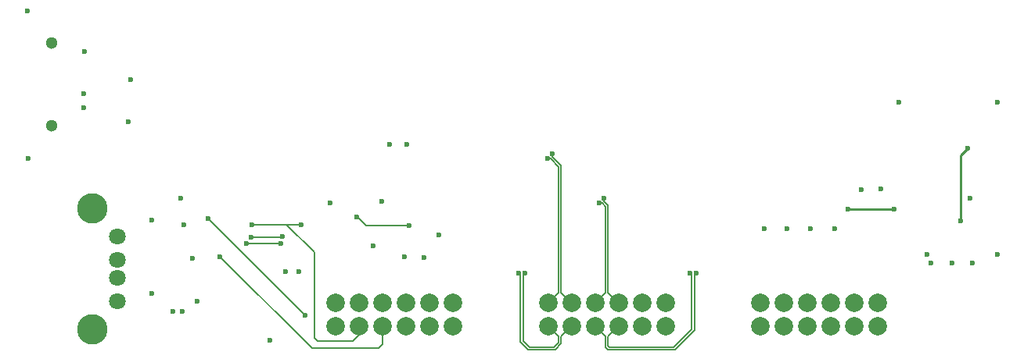
<source format=gbr>
G04 #@! TF.GenerationSoftware,KiCad,Pcbnew,5.0.2+dfsg1-1*
G04 #@! TF.CreationDate,2019-09-17T15:01:03+01:00*
G04 #@! TF.ProjectId,HDMI_SD_expansion,48444d49-5f53-4445-9f65-7870616e7369,rev?*
G04 #@! TF.SameCoordinates,Original*
G04 #@! TF.FileFunction,Copper,L4,Bot*
G04 #@! TF.FilePolarity,Positive*
%FSLAX46Y46*%
G04 Gerber Fmt 4.6, Leading zero omitted, Abs format (unit mm)*
G04 Created by KiCad (PCBNEW 5.0.2+dfsg1-1) date Tue 17 Sep 2019 15:01:03 BST*
%MOMM*%
%LPD*%
G01*
G04 APERTURE LIST*
G04 #@! TA.AperFunction,ComponentPad*
%ADD10C,2.000000*%
G04 #@! TD*
G04 #@! TA.AperFunction,ComponentPad*
%ADD11C,1.800000*%
G04 #@! TD*
G04 #@! TA.AperFunction,ComponentPad*
%ADD12C,3.300000*%
G04 #@! TD*
G04 #@! TA.AperFunction,ViaPad*
%ADD13C,1.300000*%
G04 #@! TD*
G04 #@! TA.AperFunction,ViaPad*
%ADD14C,0.600000*%
G04 #@! TD*
G04 #@! TA.AperFunction,Conductor*
%ADD15C,0.150000*%
G04 #@! TD*
G04 #@! TA.AperFunction,Conductor*
%ADD16C,0.254000*%
G04 #@! TD*
G04 #@! TA.AperFunction,Conductor*
%ADD17C,0.200000*%
G04 #@! TD*
G04 APERTURE END LIST*
D10*
G04 #@! TO.P,JC1,7*
G04 #@! TO.N,/TDMS_D2_P*
X150651241Y-120718709D03*
G04 #@! TO.P,JC1,8*
G04 #@! TO.N,/TDMS_D2_N*
X153191241Y-120718709D03*
G04 #@! TO.P,JC1,9*
G04 #@! TO.N,/TDMS_CLK_P*
X155731241Y-120718709D03*
G04 #@! TO.P,JC1,10*
G04 #@! TO.N,/TDMS_CLK_N*
X158271241Y-120718709D03*
G04 #@! TO.P,JC1,11*
G04 #@! TO.N,GND*
X160811241Y-120718709D03*
G04 #@! TO.P,JC1,12*
G04 #@! TO.N,+3V3*
X163351241Y-120718709D03*
G04 #@! TO.P,JC1,6*
X163351241Y-118178709D03*
G04 #@! TO.P,JC1,5*
G04 #@! TO.N,GND*
X160811241Y-118178709D03*
G04 #@! TO.P,JC1,4*
G04 #@! TO.N,/TDMS_D1_N*
X158271241Y-118178709D03*
G04 #@! TO.P,JC1,3*
G04 #@! TO.N,/TDMS_D1_P*
X155731241Y-118178709D03*
G04 #@! TO.P,JC1,2*
G04 #@! TO.N,/TDMS_D0_N*
X153191241Y-118178709D03*
G04 #@! TO.P,JC1,1*
G04 #@! TO.N,/TDMS_D0_P*
X150651241Y-118178709D03*
G04 #@! TD*
G04 #@! TO.P,JD1,7*
G04 #@! TO.N,/DAT1*
X173651241Y-120718709D03*
G04 #@! TO.P,JD1,8*
G04 #@! TO.N,/DAT2*
X176191241Y-120718709D03*
G04 #@! TO.P,JD1,9*
G04 #@! TO.N,/CD*
X178731241Y-120718709D03*
G04 #@! TO.P,JD1,10*
G04 #@! TO.N,/NC_EN*
X181271241Y-120718709D03*
G04 #@! TO.P,JD1,11*
G04 #@! TO.N,GND*
X183811241Y-120718709D03*
G04 #@! TO.P,JD1,12*
G04 #@! TO.N,+3V3*
X186351241Y-120718709D03*
G04 #@! TO.P,JD1,6*
X186351241Y-118178709D03*
G04 #@! TO.P,JD1,5*
G04 #@! TO.N,GND*
X183811241Y-118178709D03*
G04 #@! TO.P,JD1,4*
G04 #@! TO.N,/SCK*
X181271241Y-118178709D03*
G04 #@! TO.P,JD1,3*
G04 #@! TO.N,/MISO_DAT0*
X178731241Y-118178709D03*
G04 #@! TO.P,JD1,2*
G04 #@! TO.N,/MOSI_CMD*
X176191241Y-118178709D03*
G04 #@! TO.P,JD1,1*
G04 #@! TO.N,/CD_DAT3*
X173651241Y-118178709D03*
G04 #@! TD*
G04 #@! TO.P,JB1,7*
G04 #@! TO.N,/GPX_USB*
X127651241Y-120718709D03*
G04 #@! TO.P,JB1,8*
G04 #@! TO.N,/RST_USB*
X130191241Y-120718709D03*
G04 #@! TO.P,JB1,9*
G04 #@! TO.N,/INT_USB*
X132731241Y-120718709D03*
G04 #@! TO.P,JB1,10*
G04 #@! TO.N,Net-(JB1-Pad10)*
X135271241Y-120718709D03*
G04 #@! TO.P,JB1,11*
G04 #@! TO.N,GND*
X137811241Y-120718709D03*
G04 #@! TO.P,JB1,12*
G04 #@! TO.N,+3V3*
X140351241Y-120718709D03*
G04 #@! TO.P,JB1,6*
X140351241Y-118178709D03*
G04 #@! TO.P,JB1,5*
G04 #@! TO.N,GND*
X137811241Y-118178709D03*
G04 #@! TO.P,JB1,4*
G04 #@! TO.N,/SCK_USB*
X135271241Y-118178709D03*
G04 #@! TO.P,JB1,3*
G04 #@! TO.N,/MISO_USB*
X132731241Y-118178709D03*
G04 #@! TO.P,JB1,2*
G04 #@! TO.N,/MOSI_USB*
X130191241Y-118178709D03*
G04 #@! TO.P,JB1,1*
G04 #@! TO.N,/SS_USB*
X127651241Y-118178709D03*
G04 #@! TD*
D11*
G04 #@! TO.P,J5,4*
G04 #@! TO.N,GND*
X104011241Y-117978709D03*
G04 #@! TO.P,J5,3*
G04 #@! TO.N,/Data+*
X104011241Y-115478709D03*
G04 #@! TO.P,J5,2*
G04 #@! TO.N,/Data-*
X104011241Y-113478709D03*
G04 #@! TO.P,J5,1*
G04 #@! TO.N,+5V*
X104011241Y-110978709D03*
D12*
G04 #@! TO.P,J5,SH*
G04 #@! TO.N,Net-(J5-PadSH)*
X101301241Y-121048709D03*
X101301241Y-107908709D03*
G04 #@! TD*
D13*
G04 #@! TO.N,*
G04 #@! TO.C,J4*
X96901241Y-98978709D03*
X96901241Y-89978709D03*
G04 #@! TD*
D14*
G04 #@! TO.N,GND*
X199241741Y-112914709D03*
X199241741Y-96404709D03*
X188573741Y-96404709D03*
X184509741Y-105866209D03*
X191621741Y-112914709D03*
X120565241Y-122249209D03*
X135360741Y-100976709D03*
X133519241Y-100976709D03*
X110024241Y-119137709D03*
X107738241Y-117169209D03*
X107738241Y-109168209D03*
X112691241Y-117994709D03*
X132630241Y-107199709D03*
X131741241Y-112025709D03*
X137202241Y-113295709D03*
X135106741Y-113168729D03*
X123676741Y-114819709D03*
X111230741Y-109739709D03*
X110849741Y-106818709D03*
X94269241Y-86494209D03*
X94372741Y-102549709D03*
X105189241Y-98509209D03*
X100363241Y-96985209D03*
X100363241Y-95524709D03*
X105506741Y-94000709D03*
X100490241Y-90952709D03*
X196310500Y-106859000D03*
G04 #@! TO.N,/TDMS_D1_N*
X156697666Y-106847834D03*
G04 #@! TO.N,/TDMS_D1_P*
X156167334Y-107378166D03*
G04 #@! TO.N,/TDMS_D0_P*
X150579334Y-102552166D03*
G04 #@! TO.N,/TDMS_D0_N*
X151109666Y-102021834D03*
G04 #@! TO.N,/TDMS_CLK_N*
X165963500Y-114987000D03*
G04 #@! TO.N,/TDMS_CLK_P*
X166713500Y-114987000D03*
G04 #@! TO.N,/TDMS_D2_N*
X147421500Y-114987000D03*
G04 #@! TO.N,/TDMS_D2_P*
X148171500Y-114987000D03*
G04 #@! TO.N,/DAT2*
X196071241Y-101378709D03*
X195271241Y-109278709D03*
G04 #@! TO.N,+3V3*
X196574741Y-113867209D03*
X194352241Y-113867209D03*
X192066241Y-113867209D03*
X181652241Y-110120709D03*
X176508741Y-110120709D03*
X174032241Y-110120709D03*
X179048741Y-110120709D03*
X186668741Y-105802709D03*
X112183241Y-113359209D03*
X111040241Y-119137709D03*
X138853241Y-110819209D03*
X127042241Y-107326709D03*
X122216241Y-114819709D03*
G04 #@! TO.N,/MISO_DAT0*
X188071241Y-107978709D03*
X183071241Y-107978709D03*
G04 #@! TO.N,Net-(TP1-Pad1)*
X135614741Y-109803209D03*
X129963241Y-108850709D03*
G04 #@! TO.N,/RST_USB*
X118585485Y-109683185D03*
X123930741Y-109676209D03*
G04 #@! TO.N,/MISO_USB*
X118468230Y-111036978D03*
X121913254Y-110942472D03*
G04 #@! TO.N,/MOSI_USB*
X117961741Y-111771709D03*
X121733067Y-111777259D03*
G04 #@! TO.N,/GPX_USB*
X113834241Y-109041209D03*
X124311741Y-119518709D03*
G04 #@! TO.N,/INT_USB*
X115159809Y-113161526D03*
G04 #@! TD*
D15*
G04 #@! TO.N,/TDMS_D1_N*
X157151241Y-107619608D02*
X157151241Y-117058709D01*
X156697666Y-106847834D02*
X156697666Y-107166033D01*
X156697666Y-107166033D02*
X157151241Y-107619608D01*
X157151241Y-117058709D02*
X158271241Y-118178709D01*
G04 #@! TO.N,/TDMS_D1_P*
X156851241Y-107743874D02*
X156851241Y-117058709D01*
X156167334Y-107378166D02*
X156485533Y-107378166D01*
X156851241Y-117058709D02*
X155731241Y-118178709D01*
X156485533Y-107378166D02*
X156851241Y-107743874D01*
G04 #@! TO.N,/TDMS_D0_P*
X151771241Y-117058709D02*
X150651241Y-118178709D01*
X151771241Y-103425874D02*
X151771241Y-117058709D01*
X150897533Y-102552166D02*
X151771241Y-103425874D01*
X150579334Y-102552166D02*
X150897533Y-102552166D01*
G04 #@! TO.N,/TDMS_D0_N*
X152071241Y-103301608D02*
X152071241Y-117058709D01*
X151109666Y-102021834D02*
X151109666Y-102340033D01*
X151109666Y-102340033D02*
X152071241Y-103301608D01*
X152071241Y-117058709D02*
X153191241Y-118178709D01*
G04 #@! TO.N,/TDMS_CLK_N*
X157151241Y-122859607D02*
X157256634Y-122965000D01*
X157256634Y-122965000D02*
X164244366Y-122965000D01*
X166188500Y-121020866D02*
X166188500Y-115212000D01*
X164244366Y-122965000D02*
X166188500Y-121020866D01*
X166188500Y-115212000D02*
X165963500Y-114987000D01*
X157151241Y-122859607D02*
X157151241Y-121838709D01*
X157151241Y-121838709D02*
X158271241Y-120718709D01*
G04 #@! TO.N,/TDMS_CLK_P*
X156851241Y-122983875D02*
X157132366Y-123265000D01*
X157132366Y-123265000D02*
X164368634Y-123265000D01*
X166488500Y-115212000D02*
X166713500Y-114987000D01*
X166488500Y-121145134D02*
X166488500Y-115212000D01*
X164368634Y-123265000D02*
X166488500Y-121145134D01*
X156851241Y-122983875D02*
X156851241Y-121838709D01*
X156851241Y-121838709D02*
X155731241Y-120718709D01*
G04 #@! TO.N,/TDMS_D2_N*
X151414634Y-123265000D02*
X148496366Y-123265000D01*
X148496366Y-123265000D02*
X147646500Y-122415134D01*
X147646500Y-122415134D02*
X147646500Y-115212000D01*
X147646500Y-115212000D02*
X147421500Y-114987000D01*
X152071241Y-121838709D02*
X153191241Y-120718709D01*
X151414634Y-123265000D02*
X152071241Y-122608393D01*
X152071241Y-122608393D02*
X152071241Y-121838709D01*
G04 #@! TO.N,/TDMS_D2_P*
X151290366Y-122965000D02*
X148620634Y-122965000D01*
X147946500Y-115212000D02*
X148171500Y-114987000D01*
X147946500Y-122290866D02*
X147946500Y-115212000D01*
X148620634Y-122965000D02*
X147946500Y-122290866D01*
X151771241Y-121838709D02*
X150651241Y-120718709D01*
X151771241Y-122484125D02*
X151771241Y-121838709D01*
X151290366Y-122965000D02*
X151771241Y-122484125D01*
D16*
G04 #@! TO.N,/DAT2*
X196071241Y-101378709D02*
X195271241Y-102178709D01*
X195271241Y-102178709D02*
X195271241Y-108854445D01*
X195271241Y-108854445D02*
X195271241Y-109278709D01*
G04 #@! TO.N,/MISO_DAT0*
X188071241Y-107978709D02*
X183071241Y-107978709D01*
D17*
G04 #@! TO.N,Net-(TP1-Pad1)*
X130915741Y-109803209D02*
X130263240Y-109150708D01*
X130263240Y-109150708D02*
X129963241Y-108850709D01*
X135614741Y-109803209D02*
X130915741Y-109803209D01*
G04 #@! TO.N,/RST_USB*
X119016725Y-109676209D02*
X119009749Y-109683185D01*
X122295163Y-109676209D02*
X119016725Y-109676209D01*
X119009749Y-109683185D02*
X118585485Y-109683185D01*
X122295163Y-109676209D02*
X123930741Y-109676209D01*
X125698500Y-122353000D02*
X129508500Y-122353000D01*
X125327741Y-121982241D02*
X125698500Y-122353000D01*
X130191241Y-121670259D02*
X130191241Y-120718709D01*
X129508500Y-122353000D02*
X130191241Y-121670259D01*
X122295163Y-109676209D02*
X125327741Y-112708787D01*
X125327741Y-112708787D02*
X125327741Y-121982241D01*
G04 #@! TO.N,/MISO_USB*
X118468230Y-111036978D02*
X121818748Y-111036978D01*
X121818748Y-111036978D02*
X121913254Y-110942472D01*
G04 #@! TO.N,/MOSI_USB*
X121727517Y-111771709D02*
X121733067Y-111777259D01*
X117961741Y-111771709D02*
X121727517Y-111771709D01*
G04 #@! TO.N,/GPX_USB*
X113834241Y-109041209D02*
X124311741Y-119518709D01*
G04 #@! TO.N,/INT_USB*
X132323790Y-123093710D02*
X132731241Y-122686259D01*
X115159809Y-113161526D02*
X125091994Y-123093710D01*
X132731241Y-122686259D02*
X132731241Y-120718709D01*
X125091994Y-123093710D02*
X132323790Y-123093710D01*
G04 #@! TD*
M02*

</source>
